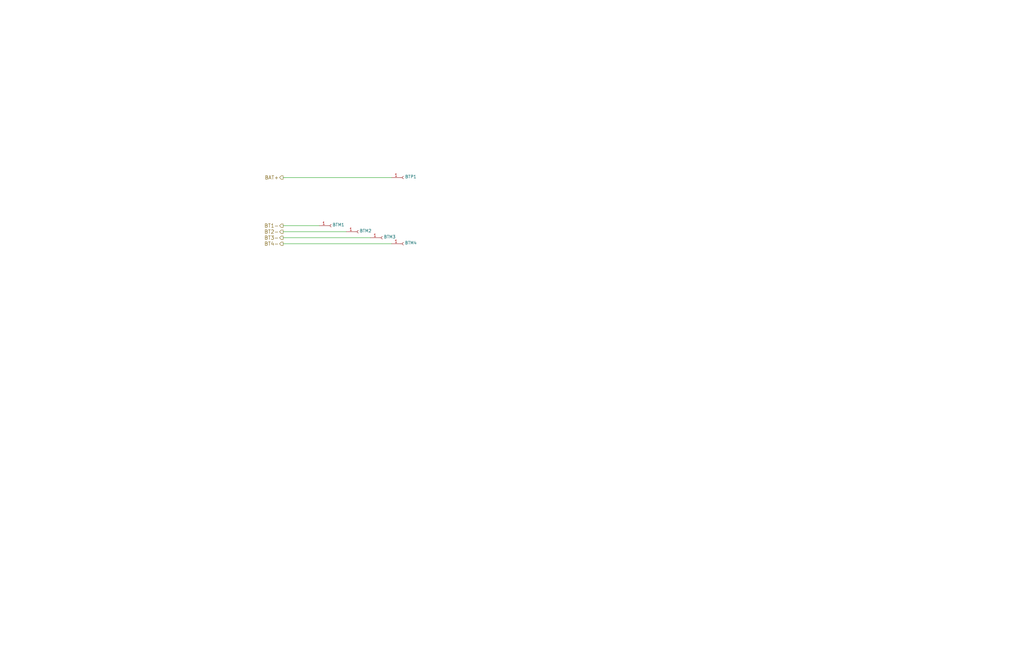
<source format=kicad_sch>
(kicad_sch (version 20211123) (generator eeschema)
  (paper "B")
  (title_block (title "ConnectBox CM4 for China Case") (date "2022-03-18") (rev "1.8.2") (comment 1 "JRA"))
  (lib_symbols
    (symbol "Connector:Conn_01x01_Female" (pin_names (offset 1.016) hide)
      (property "Reference" "J" (at 0 2.54 0))
      (property "Value" "Conn_01x01_Female" (at 0 -2.54 0))
      (symbol "Conn_01x01_Female_1_1"
        (polyline (pts (xy -1.27 0) (xy -0.508 0)) (stroke (width 0.1524)))
        (arc (start 0 0.508) (mid -0.508 0) (end 0 -0.508) (stroke (width 0.1524)))
        (pin passive line (at -5.08 0 0) (length 3.81) (name "Pin_1") (number "1"))
      )
    )
  )
  (wire (pts (xy 165.1 102.87) (xy 119.38 102.87)))
  (wire (pts (xy 119.38 74.93) (xy 165.1 74.93)))
  (wire (pts (xy 134.62 95.25) (xy 119.38 95.25)))
  (wire (pts (xy 156.21 100.33) (xy 119.38 100.33)))
  (wire (pts (xy 146.05 97.79) (xy 119.38 97.79)))
  (hierarchical_label "BT2-" (shape output) (at 119.38 97.79 180) (effects (font (size 1.524 1.524))))
  (hierarchical_label "BAT+" (shape output) (at 119.38 74.93 180) (effects (font (size 1.524 1.524))))
  (hierarchical_label "BT1-" (shape output) (at 119.38 95.25 180) (effects (font (size 1.524 1.524))))
  (hierarchical_label "BT3-" (shape output) (at 119.38 100.33 180) (effects (font (size 1.524 1.524))))
  (hierarchical_label "BT4-" (shape output) (at 119.38 102.87 180) (effects (font (size 1.524 1.524))))
  (symbol (lib_id "Connector:Conn_01x01_Female") (at 151.13 97.79 0) (unit 1)
    (property "Reference" "BTM2" (at 154.1526 97.4112 0))
    (property "Value" "Conn_01x01_Female" (effects hide))
    (property "Footprint" "CustomComponents:WH-Battery-" (effects hide))
  )
  (symbol (lib_id "Connector:Conn_01x01_Female") (at 170.18 102.87 0) (unit 1)
    (property "Reference" "BTM4" (at 173.2026 102.4912 0))
    (property "Value" "Conn_01x01_Female" (effects hide))
    (property "Footprint" "CustomComponents:WH-Battery-" (effects hide))
  )
  (symbol (lib_id "Connector:Conn_01x01_Female") (at 139.7 95.25 0) (unit 1)
    (property "Reference" "BTM1" (at 142.7226 94.8712 0))
    (property "Value" "Conn_01x01_Female" (effects hide))
    (property "Footprint" "CustomComponents:WH-Battery-" (effects hide))
  )
  (symbol (lib_id "Connector:Conn_01x01_Female") (at 170.18 74.93 0) (unit 1)
    (property "Reference" "BTP1" (at 173.2026 74.5512 0))
    (property "Value" "Conn_01x01_Female" (effects hide))
    (property "Footprint" "TestPoint:TestPoint_THTPad_2.0x2.0mm_Drill1.0mm" (effects hide))
  )
  (symbol (lib_id "Connector:Conn_01x01_Female") (at 161.29 100.33 0) (unit 1)
    (property "Reference" "BTM3" (at 164.3126 99.9512 0))
    (property "Value" "Conn_01x01_Female" (effects hide))
    (property "Footprint" "CustomComponents:WH-Battery-" (effects hide))
  )
)
</source>
